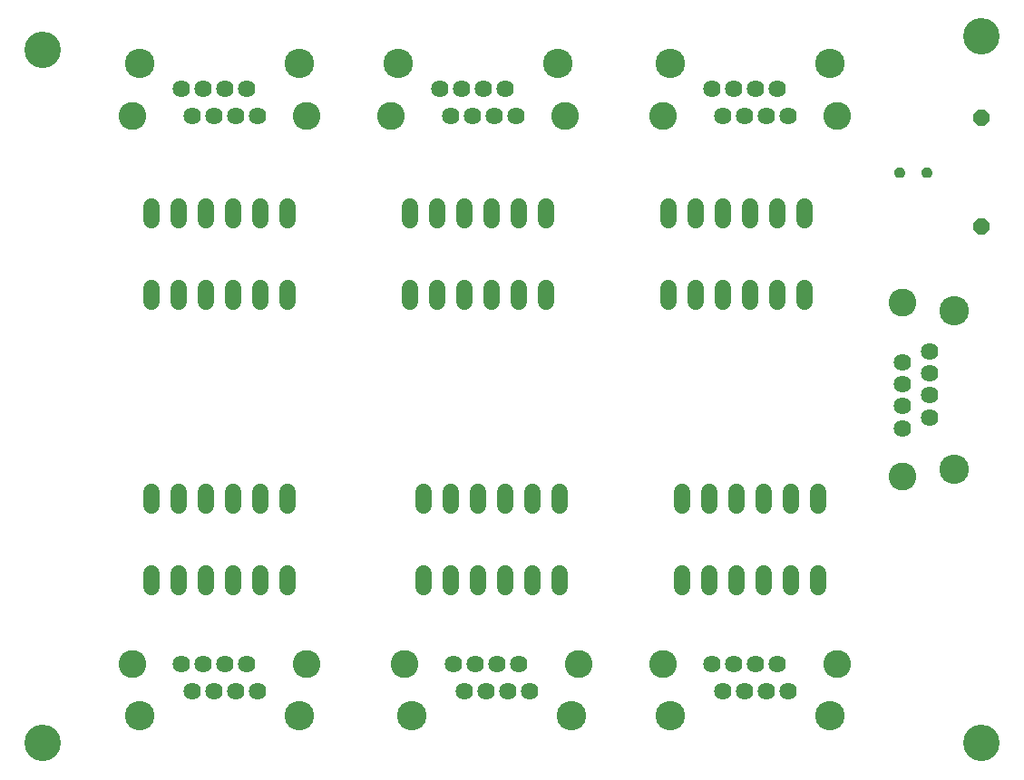
<source format=gbr>
G04 EAGLE Gerber RS-274X export*
G75*
%MOMM*%
%FSLAX34Y34*%
%LPD*%
%INSoldermask Top*%
%IPPOS*%
%AMOC8*
5,1,8,0,0,1.08239X$1,22.5*%
G01*
%ADD10C,1.625600*%
%ADD11C,2.603200*%
%ADD12C,2.753200*%
%ADD13P,1.649562X8X292.500000*%
%ADD14C,1.524000*%
%ADD15C,3.403200*%

G36*
X876291Y604527D02*
X876291Y604527D01*
X876366Y604524D01*
X877342Y604626D01*
X877390Y604640D01*
X877480Y604656D01*
X878409Y604972D01*
X878453Y604997D01*
X878538Y605033D01*
X879373Y605547D01*
X879410Y605581D01*
X879485Y605635D01*
X880185Y606323D01*
X880214Y606364D01*
X880274Y606433D01*
X880803Y607260D01*
X880822Y607306D01*
X880866Y607387D01*
X881198Y608310D01*
X881206Y608360D01*
X881231Y608449D01*
X881349Y609423D01*
X881346Y609473D01*
X881350Y609559D01*
X881255Y610561D01*
X881241Y610610D01*
X881225Y610700D01*
X880909Y611656D01*
X880885Y611701D01*
X880850Y611785D01*
X880328Y612646D01*
X880295Y612684D01*
X880242Y612759D01*
X879542Y613483D01*
X879501Y613512D01*
X879432Y613573D01*
X878589Y614123D01*
X878543Y614143D01*
X878462Y614187D01*
X877518Y614535D01*
X877468Y614544D01*
X877380Y614569D01*
X876382Y614699D01*
X876339Y614697D01*
X876213Y614698D01*
X875202Y614559D01*
X875154Y614543D01*
X875064Y614524D01*
X874109Y614162D01*
X874066Y614136D01*
X873982Y614098D01*
X873132Y613533D01*
X873095Y613498D01*
X873023Y613441D01*
X872319Y612702D01*
X872291Y612659D01*
X872233Y612588D01*
X871712Y611710D01*
X871694Y611663D01*
X871653Y611581D01*
X871340Y610609D01*
X871333Y610559D01*
X871312Y610470D01*
X871223Y609452D01*
X871228Y609402D01*
X871227Y609311D01*
X871358Y608347D01*
X871374Y608299D01*
X871393Y608210D01*
X871735Y607299D01*
X871761Y607256D01*
X871800Y607173D01*
X872337Y606361D01*
X872372Y606325D01*
X872428Y606252D01*
X873132Y605580D01*
X873174Y605553D01*
X873245Y605494D01*
X874081Y604996D01*
X874128Y604978D01*
X874210Y604938D01*
X875136Y604638D01*
X875186Y604631D01*
X875275Y604609D01*
X876244Y604523D01*
X876291Y604527D01*
G37*
G36*
X850891Y604527D02*
X850891Y604527D01*
X850966Y604524D01*
X851942Y604626D01*
X851990Y604640D01*
X852080Y604656D01*
X853009Y604972D01*
X853053Y604997D01*
X853138Y605033D01*
X853973Y605547D01*
X854010Y605581D01*
X854085Y605635D01*
X854785Y606323D01*
X854814Y606364D01*
X854874Y606433D01*
X855403Y607260D01*
X855422Y607306D01*
X855466Y607387D01*
X855798Y608310D01*
X855806Y608360D01*
X855831Y608449D01*
X855949Y609423D01*
X855946Y609473D01*
X855950Y609559D01*
X855855Y610561D01*
X855841Y610610D01*
X855825Y610700D01*
X855509Y611656D01*
X855485Y611701D01*
X855450Y611785D01*
X854928Y612646D01*
X854895Y612684D01*
X854842Y612759D01*
X854142Y613483D01*
X854101Y613512D01*
X854032Y613573D01*
X853189Y614123D01*
X853143Y614143D01*
X853062Y614187D01*
X852118Y614535D01*
X852068Y614544D01*
X851980Y614569D01*
X850982Y614699D01*
X850939Y614697D01*
X850813Y614698D01*
X849802Y614559D01*
X849754Y614543D01*
X849664Y614524D01*
X848709Y614162D01*
X848666Y614136D01*
X848582Y614098D01*
X847732Y613533D01*
X847695Y613498D01*
X847623Y613441D01*
X846919Y612702D01*
X846891Y612659D01*
X846833Y612588D01*
X846312Y611710D01*
X846294Y611663D01*
X846253Y611581D01*
X845940Y610609D01*
X845933Y610559D01*
X845912Y610470D01*
X845823Y609452D01*
X845828Y609402D01*
X845827Y609311D01*
X845958Y608347D01*
X845974Y608299D01*
X845993Y608210D01*
X846335Y607299D01*
X846361Y607256D01*
X846400Y607173D01*
X846937Y606361D01*
X846972Y606325D01*
X847028Y606252D01*
X847732Y605580D01*
X847774Y605553D01*
X847845Y605494D01*
X848681Y604996D01*
X848728Y604978D01*
X848810Y604938D01*
X849736Y604638D01*
X849786Y604631D01*
X849875Y604609D01*
X850844Y604523D01*
X850891Y604527D01*
G37*
D10*
X251600Y124600D03*
X241400Y150000D03*
X231200Y124600D03*
X221000Y150000D03*
X210800Y124600D03*
X200600Y150000D03*
X190400Y124600D03*
X180200Y150000D03*
D11*
X297150Y150000D03*
X134650Y150000D03*
D12*
X290300Y101600D03*
X141500Y101600D03*
D10*
X505600Y124600D03*
X495400Y150000D03*
X485200Y124600D03*
X475000Y150000D03*
X464800Y124600D03*
X454600Y150000D03*
X444400Y124600D03*
X434200Y150000D03*
D11*
X551150Y150000D03*
X388650Y150000D03*
D12*
X544300Y101600D03*
X395500Y101600D03*
D10*
X746900Y124600D03*
X736700Y150000D03*
X726500Y124600D03*
X716300Y150000D03*
X706100Y124600D03*
X695900Y150000D03*
X685700Y124600D03*
X675500Y150000D03*
D11*
X792450Y150000D03*
X629950Y150000D03*
D12*
X785600Y101600D03*
X636800Y101600D03*
D10*
X180200Y688200D03*
X190400Y662800D03*
X200600Y688200D03*
X210800Y662800D03*
X221000Y688200D03*
X231200Y662800D03*
X241400Y688200D03*
X251600Y662800D03*
D11*
X134650Y662800D03*
X297150Y662800D03*
D12*
X141500Y711200D03*
X290300Y711200D03*
D10*
X421500Y688200D03*
X431700Y662800D03*
X441900Y688200D03*
X452100Y662800D03*
X462300Y688200D03*
X472500Y662800D03*
X482700Y688200D03*
X492900Y662800D03*
D11*
X375950Y662800D03*
X538450Y662800D03*
D12*
X382800Y711200D03*
X531600Y711200D03*
D10*
X675500Y688200D03*
X685700Y662800D03*
X695900Y688200D03*
X706100Y662800D03*
X716300Y688200D03*
X726500Y662800D03*
X736700Y688200D03*
X746900Y662800D03*
D11*
X629950Y662800D03*
X792450Y662800D03*
D12*
X636800Y711200D03*
X785600Y711200D03*
D10*
X878700Y442100D03*
X853300Y431900D03*
X878700Y421700D03*
X853300Y411500D03*
X878700Y401300D03*
X853300Y391100D03*
X878700Y380900D03*
X853300Y370700D03*
D11*
X853300Y487650D03*
X853300Y325150D03*
D12*
X901700Y480800D03*
X901700Y332000D03*
D13*
X927100Y660400D03*
X927100Y558800D03*
D14*
X279400Y311404D02*
X279400Y298196D01*
X254000Y298196D02*
X254000Y311404D01*
X152400Y235204D02*
X152400Y221996D01*
X177800Y221996D02*
X177800Y235204D01*
X228600Y298196D02*
X228600Y311404D01*
X203200Y311404D02*
X203200Y298196D01*
X152400Y298196D02*
X152400Y311404D01*
X177800Y311404D02*
X177800Y298196D01*
X203200Y235204D02*
X203200Y221996D01*
X228600Y221996D02*
X228600Y235204D01*
X254000Y235204D02*
X254000Y221996D01*
X279400Y221996D02*
X279400Y235204D01*
X533400Y298196D02*
X533400Y311404D01*
X508000Y311404D02*
X508000Y298196D01*
X406400Y235204D02*
X406400Y221996D01*
X431800Y221996D02*
X431800Y235204D01*
X482600Y298196D02*
X482600Y311404D01*
X457200Y311404D02*
X457200Y298196D01*
X406400Y298196D02*
X406400Y311404D01*
X431800Y311404D02*
X431800Y298196D01*
X457200Y235204D02*
X457200Y221996D01*
X482600Y221996D02*
X482600Y235204D01*
X508000Y235204D02*
X508000Y221996D01*
X533400Y221996D02*
X533400Y235204D01*
X774700Y298196D02*
X774700Y311404D01*
X749300Y311404D02*
X749300Y298196D01*
X647700Y235204D02*
X647700Y221996D01*
X673100Y221996D02*
X673100Y235204D01*
X723900Y298196D02*
X723900Y311404D01*
X698500Y311404D02*
X698500Y298196D01*
X647700Y298196D02*
X647700Y311404D01*
X673100Y311404D02*
X673100Y298196D01*
X698500Y235204D02*
X698500Y221996D01*
X723900Y221996D02*
X723900Y235204D01*
X749300Y235204D02*
X749300Y221996D01*
X774700Y221996D02*
X774700Y235204D01*
X152400Y488696D02*
X152400Y501904D01*
X177800Y501904D02*
X177800Y488696D01*
X279400Y564896D02*
X279400Y578104D01*
X254000Y578104D02*
X254000Y564896D01*
X203200Y501904D02*
X203200Y488696D01*
X228600Y488696D02*
X228600Y501904D01*
X279400Y501904D02*
X279400Y488696D01*
X254000Y488696D02*
X254000Y501904D01*
X228600Y564896D02*
X228600Y578104D01*
X203200Y578104D02*
X203200Y564896D01*
X177800Y564896D02*
X177800Y578104D01*
X152400Y578104D02*
X152400Y564896D01*
X393700Y501904D02*
X393700Y488696D01*
X419100Y488696D02*
X419100Y501904D01*
X520700Y564896D02*
X520700Y578104D01*
X495300Y578104D02*
X495300Y564896D01*
X444500Y501904D02*
X444500Y488696D01*
X469900Y488696D02*
X469900Y501904D01*
X520700Y501904D02*
X520700Y488696D01*
X495300Y488696D02*
X495300Y501904D01*
X469900Y564896D02*
X469900Y578104D01*
X444500Y578104D02*
X444500Y564896D01*
X419100Y564896D02*
X419100Y578104D01*
X393700Y578104D02*
X393700Y564896D01*
X635000Y501904D02*
X635000Y488696D01*
X660400Y488696D02*
X660400Y501904D01*
X762000Y564896D02*
X762000Y578104D01*
X736600Y578104D02*
X736600Y564896D01*
X685800Y501904D02*
X685800Y488696D01*
X711200Y488696D02*
X711200Y501904D01*
X762000Y501904D02*
X762000Y488696D01*
X736600Y488696D02*
X736600Y501904D01*
X711200Y564896D02*
X711200Y578104D01*
X685800Y578104D02*
X685800Y564896D01*
X660400Y564896D02*
X660400Y578104D01*
X635000Y578104D02*
X635000Y564896D01*
D15*
X927100Y736600D03*
X927100Y76200D03*
X50800Y723900D03*
X50800Y76200D03*
M02*

</source>
